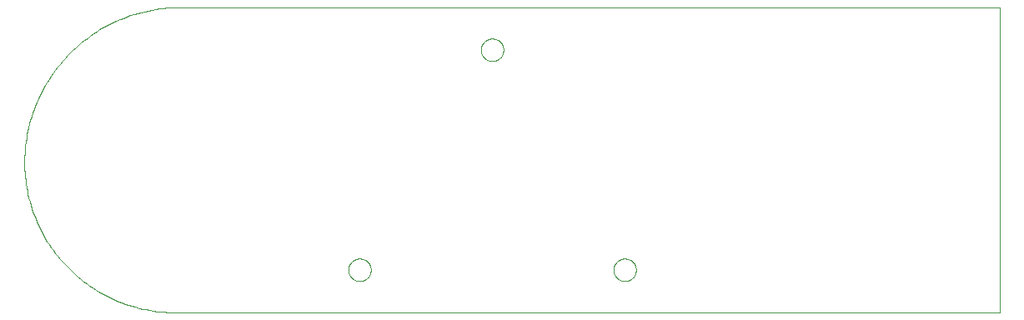
<source format=gbp>
G75*
%MOIN*%
%OFA0B0*%
%FSLAX25Y25*%
%IPPOS*%
%LPD*%
%AMOC8*
5,1,8,0,0,1.08239X$1,22.5*
%
%ADD10C,0.00000*%
D10*
X0067008Y0011800D02*
X0396564Y0011800D01*
X0396564Y0133847D01*
X0069822Y0133847D01*
X0189300Y0116800D02*
X0189302Y0116934D01*
X0189308Y0117068D01*
X0189318Y0117201D01*
X0189332Y0117335D01*
X0189350Y0117468D01*
X0189372Y0117600D01*
X0189397Y0117731D01*
X0189427Y0117862D01*
X0189461Y0117992D01*
X0189498Y0118120D01*
X0189539Y0118248D01*
X0189584Y0118374D01*
X0189633Y0118499D01*
X0189685Y0118622D01*
X0189741Y0118744D01*
X0189801Y0118864D01*
X0189864Y0118982D01*
X0189931Y0119098D01*
X0190001Y0119212D01*
X0190075Y0119324D01*
X0190152Y0119434D01*
X0190232Y0119542D01*
X0190315Y0119647D01*
X0190401Y0119749D01*
X0190490Y0119849D01*
X0190583Y0119946D01*
X0190678Y0120041D01*
X0190776Y0120132D01*
X0190876Y0120221D01*
X0190979Y0120306D01*
X0191085Y0120389D01*
X0191193Y0120468D01*
X0191303Y0120544D01*
X0191416Y0120617D01*
X0191531Y0120686D01*
X0191647Y0120752D01*
X0191766Y0120814D01*
X0191886Y0120873D01*
X0192009Y0120928D01*
X0192132Y0120980D01*
X0192257Y0121027D01*
X0192384Y0121071D01*
X0192512Y0121112D01*
X0192641Y0121148D01*
X0192771Y0121181D01*
X0192902Y0121209D01*
X0193033Y0121234D01*
X0193166Y0121255D01*
X0193299Y0121272D01*
X0193432Y0121285D01*
X0193566Y0121294D01*
X0193700Y0121299D01*
X0193834Y0121300D01*
X0193967Y0121297D01*
X0194101Y0121290D01*
X0194235Y0121279D01*
X0194368Y0121264D01*
X0194501Y0121245D01*
X0194633Y0121222D01*
X0194764Y0121196D01*
X0194894Y0121165D01*
X0195024Y0121130D01*
X0195152Y0121092D01*
X0195279Y0121050D01*
X0195405Y0121004D01*
X0195530Y0120954D01*
X0195653Y0120901D01*
X0195774Y0120844D01*
X0195894Y0120783D01*
X0196011Y0120719D01*
X0196127Y0120652D01*
X0196241Y0120581D01*
X0196352Y0120506D01*
X0196461Y0120429D01*
X0196568Y0120348D01*
X0196673Y0120264D01*
X0196774Y0120177D01*
X0196874Y0120087D01*
X0196970Y0119994D01*
X0197064Y0119898D01*
X0197155Y0119799D01*
X0197242Y0119698D01*
X0197327Y0119594D01*
X0197409Y0119488D01*
X0197487Y0119380D01*
X0197562Y0119269D01*
X0197634Y0119156D01*
X0197703Y0119040D01*
X0197768Y0118923D01*
X0197829Y0118804D01*
X0197887Y0118683D01*
X0197941Y0118561D01*
X0197992Y0118437D01*
X0198039Y0118311D01*
X0198082Y0118184D01*
X0198121Y0118056D01*
X0198157Y0117927D01*
X0198188Y0117797D01*
X0198216Y0117666D01*
X0198240Y0117534D01*
X0198260Y0117401D01*
X0198276Y0117268D01*
X0198288Y0117135D01*
X0198296Y0117001D01*
X0198300Y0116867D01*
X0198300Y0116733D01*
X0198296Y0116599D01*
X0198288Y0116465D01*
X0198276Y0116332D01*
X0198260Y0116199D01*
X0198240Y0116066D01*
X0198216Y0115934D01*
X0198188Y0115803D01*
X0198157Y0115673D01*
X0198121Y0115544D01*
X0198082Y0115416D01*
X0198039Y0115289D01*
X0197992Y0115163D01*
X0197941Y0115039D01*
X0197887Y0114917D01*
X0197829Y0114796D01*
X0197768Y0114677D01*
X0197703Y0114560D01*
X0197634Y0114444D01*
X0197562Y0114331D01*
X0197487Y0114220D01*
X0197409Y0114112D01*
X0197327Y0114006D01*
X0197242Y0113902D01*
X0197155Y0113801D01*
X0197064Y0113702D01*
X0196970Y0113606D01*
X0196874Y0113513D01*
X0196774Y0113423D01*
X0196673Y0113336D01*
X0196568Y0113252D01*
X0196461Y0113171D01*
X0196352Y0113094D01*
X0196241Y0113019D01*
X0196127Y0112948D01*
X0196011Y0112881D01*
X0195894Y0112817D01*
X0195774Y0112756D01*
X0195653Y0112699D01*
X0195530Y0112646D01*
X0195405Y0112596D01*
X0195279Y0112550D01*
X0195152Y0112508D01*
X0195024Y0112470D01*
X0194894Y0112435D01*
X0194764Y0112404D01*
X0194633Y0112378D01*
X0194501Y0112355D01*
X0194368Y0112336D01*
X0194235Y0112321D01*
X0194101Y0112310D01*
X0193967Y0112303D01*
X0193834Y0112300D01*
X0193700Y0112301D01*
X0193566Y0112306D01*
X0193432Y0112315D01*
X0193299Y0112328D01*
X0193166Y0112345D01*
X0193033Y0112366D01*
X0192902Y0112391D01*
X0192771Y0112419D01*
X0192641Y0112452D01*
X0192512Y0112488D01*
X0192384Y0112529D01*
X0192257Y0112573D01*
X0192132Y0112620D01*
X0192009Y0112672D01*
X0191886Y0112727D01*
X0191766Y0112786D01*
X0191647Y0112848D01*
X0191531Y0112914D01*
X0191416Y0112983D01*
X0191303Y0113056D01*
X0191193Y0113132D01*
X0191085Y0113211D01*
X0190979Y0113294D01*
X0190876Y0113379D01*
X0190776Y0113468D01*
X0190678Y0113559D01*
X0190583Y0113654D01*
X0190490Y0113751D01*
X0190401Y0113851D01*
X0190315Y0113953D01*
X0190232Y0114058D01*
X0190152Y0114166D01*
X0190075Y0114276D01*
X0190001Y0114388D01*
X0189931Y0114502D01*
X0189864Y0114618D01*
X0189801Y0114736D01*
X0189741Y0114856D01*
X0189685Y0114978D01*
X0189633Y0115101D01*
X0189584Y0115226D01*
X0189539Y0115352D01*
X0189498Y0115480D01*
X0189461Y0115608D01*
X0189427Y0115738D01*
X0189397Y0115869D01*
X0189372Y0116000D01*
X0189350Y0116132D01*
X0189332Y0116265D01*
X0189318Y0116399D01*
X0189308Y0116532D01*
X0189302Y0116666D01*
X0189300Y0116800D01*
X0069822Y0133848D02*
X0068319Y0133849D01*
X0066816Y0133815D01*
X0065314Y0133744D01*
X0063815Y0133637D01*
X0062319Y0133494D01*
X0060827Y0133314D01*
X0059339Y0133099D01*
X0057857Y0132848D01*
X0056381Y0132561D01*
X0054913Y0132238D01*
X0053454Y0131880D01*
X0052003Y0131487D01*
X0050562Y0131059D01*
X0049132Y0130596D01*
X0047713Y0130099D01*
X0046307Y0129568D01*
X0044914Y0129003D01*
X0043536Y0128404D01*
X0042172Y0127772D01*
X0040823Y0127108D01*
X0039492Y0126411D01*
X0038177Y0125682D01*
X0036880Y0124921D01*
X0035603Y0124130D01*
X0034344Y0123308D01*
X0033106Y0122455D01*
X0031889Y0121573D01*
X0030694Y0120662D01*
X0029521Y0119722D01*
X0028371Y0118754D01*
X0027244Y0117759D01*
X0026142Y0116737D01*
X0025065Y0115688D01*
X0024014Y0114614D01*
X0022989Y0113514D01*
X0021991Y0112390D01*
X0021020Y0111243D01*
X0020078Y0110072D01*
X0019164Y0108878D01*
X0018279Y0107663D01*
X0017423Y0106427D01*
X0016598Y0105171D01*
X0015804Y0103895D01*
X0015040Y0102601D01*
X0014308Y0101288D01*
X0013608Y0099958D01*
X0012940Y0098611D01*
X0012305Y0097249D01*
X0011703Y0095871D01*
X0011134Y0094480D01*
X0010600Y0093075D01*
X0010099Y0091658D01*
X0009633Y0090229D01*
X0009201Y0088789D01*
X0008805Y0087339D01*
X0008443Y0085880D01*
X0008117Y0084413D01*
X0007826Y0082938D01*
X0007572Y0081457D01*
X0007353Y0079970D01*
X0007170Y0078478D01*
X0007023Y0076982D01*
X0006912Y0075483D01*
X0006838Y0073981D01*
X0006799Y0072479D01*
X0006800Y0072479D02*
X0006800Y0072008D01*
X0006818Y0070553D01*
X0006870Y0069099D01*
X0006958Y0067647D01*
X0007081Y0066197D01*
X0007239Y0064751D01*
X0007432Y0063309D01*
X0007659Y0061872D01*
X0007922Y0060440D01*
X0008218Y0059016D01*
X0008550Y0057599D01*
X0008915Y0056191D01*
X0009314Y0054792D01*
X0009747Y0053403D01*
X0010213Y0052024D01*
X0010713Y0050658D01*
X0011245Y0049304D01*
X0011810Y0047963D01*
X0012407Y0046636D01*
X0013036Y0045324D01*
X0013696Y0044028D01*
X0014388Y0042748D01*
X0015111Y0041485D01*
X0015863Y0040240D01*
X0016646Y0039013D01*
X0017458Y0037806D01*
X0018299Y0036619D01*
X0019168Y0035452D01*
X0020065Y0034307D01*
X0020990Y0033183D01*
X0021942Y0032083D01*
X0022920Y0031005D01*
X0023923Y0029952D01*
X0024952Y0028923D01*
X0026005Y0027920D01*
X0027083Y0026942D01*
X0028183Y0025990D01*
X0029307Y0025065D01*
X0030452Y0024168D01*
X0031619Y0023299D01*
X0032806Y0022458D01*
X0034013Y0021646D01*
X0035240Y0020863D01*
X0036485Y0020111D01*
X0037748Y0019388D01*
X0039028Y0018696D01*
X0040324Y0018036D01*
X0041636Y0017407D01*
X0042963Y0016810D01*
X0044304Y0016245D01*
X0045658Y0015713D01*
X0047024Y0015213D01*
X0048403Y0014747D01*
X0049792Y0014314D01*
X0051191Y0013915D01*
X0052599Y0013550D01*
X0054016Y0013218D01*
X0055440Y0012922D01*
X0056872Y0012659D01*
X0058309Y0012432D01*
X0059751Y0012239D01*
X0061197Y0012081D01*
X0062647Y0011958D01*
X0064099Y0011870D01*
X0065553Y0011818D01*
X0067008Y0011800D01*
X0136300Y0028800D02*
X0136302Y0028934D01*
X0136308Y0029068D01*
X0136318Y0029201D01*
X0136332Y0029335D01*
X0136350Y0029468D01*
X0136372Y0029600D01*
X0136397Y0029731D01*
X0136427Y0029862D01*
X0136461Y0029992D01*
X0136498Y0030120D01*
X0136539Y0030248D01*
X0136584Y0030374D01*
X0136633Y0030499D01*
X0136685Y0030622D01*
X0136741Y0030744D01*
X0136801Y0030864D01*
X0136864Y0030982D01*
X0136931Y0031098D01*
X0137001Y0031212D01*
X0137075Y0031324D01*
X0137152Y0031434D01*
X0137232Y0031542D01*
X0137315Y0031647D01*
X0137401Y0031749D01*
X0137490Y0031849D01*
X0137583Y0031946D01*
X0137678Y0032041D01*
X0137776Y0032132D01*
X0137876Y0032221D01*
X0137979Y0032306D01*
X0138085Y0032389D01*
X0138193Y0032468D01*
X0138303Y0032544D01*
X0138416Y0032617D01*
X0138531Y0032686D01*
X0138647Y0032752D01*
X0138766Y0032814D01*
X0138886Y0032873D01*
X0139009Y0032928D01*
X0139132Y0032980D01*
X0139257Y0033027D01*
X0139384Y0033071D01*
X0139512Y0033112D01*
X0139641Y0033148D01*
X0139771Y0033181D01*
X0139902Y0033209D01*
X0140033Y0033234D01*
X0140166Y0033255D01*
X0140299Y0033272D01*
X0140432Y0033285D01*
X0140566Y0033294D01*
X0140700Y0033299D01*
X0140834Y0033300D01*
X0140967Y0033297D01*
X0141101Y0033290D01*
X0141235Y0033279D01*
X0141368Y0033264D01*
X0141501Y0033245D01*
X0141633Y0033222D01*
X0141764Y0033196D01*
X0141894Y0033165D01*
X0142024Y0033130D01*
X0142152Y0033092D01*
X0142279Y0033050D01*
X0142405Y0033004D01*
X0142530Y0032954D01*
X0142653Y0032901D01*
X0142774Y0032844D01*
X0142894Y0032783D01*
X0143011Y0032719D01*
X0143127Y0032652D01*
X0143241Y0032581D01*
X0143352Y0032506D01*
X0143461Y0032429D01*
X0143568Y0032348D01*
X0143673Y0032264D01*
X0143774Y0032177D01*
X0143874Y0032087D01*
X0143970Y0031994D01*
X0144064Y0031898D01*
X0144155Y0031799D01*
X0144242Y0031698D01*
X0144327Y0031594D01*
X0144409Y0031488D01*
X0144487Y0031380D01*
X0144562Y0031269D01*
X0144634Y0031156D01*
X0144703Y0031040D01*
X0144768Y0030923D01*
X0144829Y0030804D01*
X0144887Y0030683D01*
X0144941Y0030561D01*
X0144992Y0030437D01*
X0145039Y0030311D01*
X0145082Y0030184D01*
X0145121Y0030056D01*
X0145157Y0029927D01*
X0145188Y0029797D01*
X0145216Y0029666D01*
X0145240Y0029534D01*
X0145260Y0029401D01*
X0145276Y0029268D01*
X0145288Y0029135D01*
X0145296Y0029001D01*
X0145300Y0028867D01*
X0145300Y0028733D01*
X0145296Y0028599D01*
X0145288Y0028465D01*
X0145276Y0028332D01*
X0145260Y0028199D01*
X0145240Y0028066D01*
X0145216Y0027934D01*
X0145188Y0027803D01*
X0145157Y0027673D01*
X0145121Y0027544D01*
X0145082Y0027416D01*
X0145039Y0027289D01*
X0144992Y0027163D01*
X0144941Y0027039D01*
X0144887Y0026917D01*
X0144829Y0026796D01*
X0144768Y0026677D01*
X0144703Y0026560D01*
X0144634Y0026444D01*
X0144562Y0026331D01*
X0144487Y0026220D01*
X0144409Y0026112D01*
X0144327Y0026006D01*
X0144242Y0025902D01*
X0144155Y0025801D01*
X0144064Y0025702D01*
X0143970Y0025606D01*
X0143874Y0025513D01*
X0143774Y0025423D01*
X0143673Y0025336D01*
X0143568Y0025252D01*
X0143461Y0025171D01*
X0143352Y0025094D01*
X0143241Y0025019D01*
X0143127Y0024948D01*
X0143011Y0024881D01*
X0142894Y0024817D01*
X0142774Y0024756D01*
X0142653Y0024699D01*
X0142530Y0024646D01*
X0142405Y0024596D01*
X0142279Y0024550D01*
X0142152Y0024508D01*
X0142024Y0024470D01*
X0141894Y0024435D01*
X0141764Y0024404D01*
X0141633Y0024378D01*
X0141501Y0024355D01*
X0141368Y0024336D01*
X0141235Y0024321D01*
X0141101Y0024310D01*
X0140967Y0024303D01*
X0140834Y0024300D01*
X0140700Y0024301D01*
X0140566Y0024306D01*
X0140432Y0024315D01*
X0140299Y0024328D01*
X0140166Y0024345D01*
X0140033Y0024366D01*
X0139902Y0024391D01*
X0139771Y0024419D01*
X0139641Y0024452D01*
X0139512Y0024488D01*
X0139384Y0024529D01*
X0139257Y0024573D01*
X0139132Y0024620D01*
X0139009Y0024672D01*
X0138886Y0024727D01*
X0138766Y0024786D01*
X0138647Y0024848D01*
X0138531Y0024914D01*
X0138416Y0024983D01*
X0138303Y0025056D01*
X0138193Y0025132D01*
X0138085Y0025211D01*
X0137979Y0025294D01*
X0137876Y0025379D01*
X0137776Y0025468D01*
X0137678Y0025559D01*
X0137583Y0025654D01*
X0137490Y0025751D01*
X0137401Y0025851D01*
X0137315Y0025953D01*
X0137232Y0026058D01*
X0137152Y0026166D01*
X0137075Y0026276D01*
X0137001Y0026388D01*
X0136931Y0026502D01*
X0136864Y0026618D01*
X0136801Y0026736D01*
X0136741Y0026856D01*
X0136685Y0026978D01*
X0136633Y0027101D01*
X0136584Y0027226D01*
X0136539Y0027352D01*
X0136498Y0027480D01*
X0136461Y0027608D01*
X0136427Y0027738D01*
X0136397Y0027869D01*
X0136372Y0028000D01*
X0136350Y0028132D01*
X0136332Y0028265D01*
X0136318Y0028399D01*
X0136308Y0028532D01*
X0136302Y0028666D01*
X0136300Y0028800D01*
X0242300Y0028800D02*
X0242302Y0028934D01*
X0242308Y0029068D01*
X0242318Y0029201D01*
X0242332Y0029335D01*
X0242350Y0029468D01*
X0242372Y0029600D01*
X0242397Y0029731D01*
X0242427Y0029862D01*
X0242461Y0029992D01*
X0242498Y0030120D01*
X0242539Y0030248D01*
X0242584Y0030374D01*
X0242633Y0030499D01*
X0242685Y0030622D01*
X0242741Y0030744D01*
X0242801Y0030864D01*
X0242864Y0030982D01*
X0242931Y0031098D01*
X0243001Y0031212D01*
X0243075Y0031324D01*
X0243152Y0031434D01*
X0243232Y0031542D01*
X0243315Y0031647D01*
X0243401Y0031749D01*
X0243490Y0031849D01*
X0243583Y0031946D01*
X0243678Y0032041D01*
X0243776Y0032132D01*
X0243876Y0032221D01*
X0243979Y0032306D01*
X0244085Y0032389D01*
X0244193Y0032468D01*
X0244303Y0032544D01*
X0244416Y0032617D01*
X0244531Y0032686D01*
X0244647Y0032752D01*
X0244766Y0032814D01*
X0244886Y0032873D01*
X0245009Y0032928D01*
X0245132Y0032980D01*
X0245257Y0033027D01*
X0245384Y0033071D01*
X0245512Y0033112D01*
X0245641Y0033148D01*
X0245771Y0033181D01*
X0245902Y0033209D01*
X0246033Y0033234D01*
X0246166Y0033255D01*
X0246299Y0033272D01*
X0246432Y0033285D01*
X0246566Y0033294D01*
X0246700Y0033299D01*
X0246834Y0033300D01*
X0246967Y0033297D01*
X0247101Y0033290D01*
X0247235Y0033279D01*
X0247368Y0033264D01*
X0247501Y0033245D01*
X0247633Y0033222D01*
X0247764Y0033196D01*
X0247894Y0033165D01*
X0248024Y0033130D01*
X0248152Y0033092D01*
X0248279Y0033050D01*
X0248405Y0033004D01*
X0248530Y0032954D01*
X0248653Y0032901D01*
X0248774Y0032844D01*
X0248894Y0032783D01*
X0249011Y0032719D01*
X0249127Y0032652D01*
X0249241Y0032581D01*
X0249352Y0032506D01*
X0249461Y0032429D01*
X0249568Y0032348D01*
X0249673Y0032264D01*
X0249774Y0032177D01*
X0249874Y0032087D01*
X0249970Y0031994D01*
X0250064Y0031898D01*
X0250155Y0031799D01*
X0250242Y0031698D01*
X0250327Y0031594D01*
X0250409Y0031488D01*
X0250487Y0031380D01*
X0250562Y0031269D01*
X0250634Y0031156D01*
X0250703Y0031040D01*
X0250768Y0030923D01*
X0250829Y0030804D01*
X0250887Y0030683D01*
X0250941Y0030561D01*
X0250992Y0030437D01*
X0251039Y0030311D01*
X0251082Y0030184D01*
X0251121Y0030056D01*
X0251157Y0029927D01*
X0251188Y0029797D01*
X0251216Y0029666D01*
X0251240Y0029534D01*
X0251260Y0029401D01*
X0251276Y0029268D01*
X0251288Y0029135D01*
X0251296Y0029001D01*
X0251300Y0028867D01*
X0251300Y0028733D01*
X0251296Y0028599D01*
X0251288Y0028465D01*
X0251276Y0028332D01*
X0251260Y0028199D01*
X0251240Y0028066D01*
X0251216Y0027934D01*
X0251188Y0027803D01*
X0251157Y0027673D01*
X0251121Y0027544D01*
X0251082Y0027416D01*
X0251039Y0027289D01*
X0250992Y0027163D01*
X0250941Y0027039D01*
X0250887Y0026917D01*
X0250829Y0026796D01*
X0250768Y0026677D01*
X0250703Y0026560D01*
X0250634Y0026444D01*
X0250562Y0026331D01*
X0250487Y0026220D01*
X0250409Y0026112D01*
X0250327Y0026006D01*
X0250242Y0025902D01*
X0250155Y0025801D01*
X0250064Y0025702D01*
X0249970Y0025606D01*
X0249874Y0025513D01*
X0249774Y0025423D01*
X0249673Y0025336D01*
X0249568Y0025252D01*
X0249461Y0025171D01*
X0249352Y0025094D01*
X0249241Y0025019D01*
X0249127Y0024948D01*
X0249011Y0024881D01*
X0248894Y0024817D01*
X0248774Y0024756D01*
X0248653Y0024699D01*
X0248530Y0024646D01*
X0248405Y0024596D01*
X0248279Y0024550D01*
X0248152Y0024508D01*
X0248024Y0024470D01*
X0247894Y0024435D01*
X0247764Y0024404D01*
X0247633Y0024378D01*
X0247501Y0024355D01*
X0247368Y0024336D01*
X0247235Y0024321D01*
X0247101Y0024310D01*
X0246967Y0024303D01*
X0246834Y0024300D01*
X0246700Y0024301D01*
X0246566Y0024306D01*
X0246432Y0024315D01*
X0246299Y0024328D01*
X0246166Y0024345D01*
X0246033Y0024366D01*
X0245902Y0024391D01*
X0245771Y0024419D01*
X0245641Y0024452D01*
X0245512Y0024488D01*
X0245384Y0024529D01*
X0245257Y0024573D01*
X0245132Y0024620D01*
X0245009Y0024672D01*
X0244886Y0024727D01*
X0244766Y0024786D01*
X0244647Y0024848D01*
X0244531Y0024914D01*
X0244416Y0024983D01*
X0244303Y0025056D01*
X0244193Y0025132D01*
X0244085Y0025211D01*
X0243979Y0025294D01*
X0243876Y0025379D01*
X0243776Y0025468D01*
X0243678Y0025559D01*
X0243583Y0025654D01*
X0243490Y0025751D01*
X0243401Y0025851D01*
X0243315Y0025953D01*
X0243232Y0026058D01*
X0243152Y0026166D01*
X0243075Y0026276D01*
X0243001Y0026388D01*
X0242931Y0026502D01*
X0242864Y0026618D01*
X0242801Y0026736D01*
X0242741Y0026856D01*
X0242685Y0026978D01*
X0242633Y0027101D01*
X0242584Y0027226D01*
X0242539Y0027352D01*
X0242498Y0027480D01*
X0242461Y0027608D01*
X0242427Y0027738D01*
X0242397Y0027869D01*
X0242372Y0028000D01*
X0242350Y0028132D01*
X0242332Y0028265D01*
X0242318Y0028399D01*
X0242308Y0028532D01*
X0242302Y0028666D01*
X0242300Y0028800D01*
M02*

</source>
